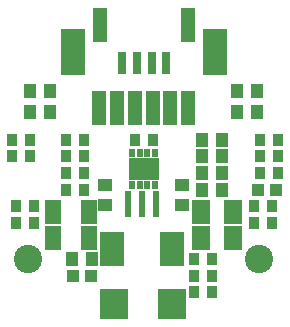
<source format=gts>
G04*
G04 #@! TF.GenerationSoftware,Altium Limited,Altium Designer,21.4.1 (30)*
G04*
G04 Layer_Color=8388736*
%FSLAX44Y44*%
%MOMM*%
G71*
G04*
G04 #@! TF.SameCoordinates,0EC16A28-EB20-4FD1-AB31-7886020AAA26*
G04*
G04*
G04 #@! TF.FilePolarity,Negative*
G04*
G01*
G75*
%ADD30R,0.9000X1.1000*%
%ADD31R,1.0000X1.2000*%
%ADD32R,1.2000X1.0000*%
%ADD33R,1.3500X2.0200*%
%ADD34R,1.0900X1.1300*%
%ADD35R,1.0000X1.0000*%
%ADD36R,0.5000X0.7250*%
%ADD37R,2.6500X1.8500*%
%ADD38R,1.2000X2.9000*%
%ADD39R,0.8000X1.9000*%
%ADD40R,1.2000X2.9000*%
%ADD41R,2.0000X4.0000*%
%ADD42R,0.6000X2.2000*%
%ADD43R,1.5800X2.0200*%
%ADD44R,2.4000X2.5000*%
%ADD45R,2.1050X2.9940*%
%ADD46C,2.4000*%
D30*
X160500Y175000D02*
D03*
X145500D02*
D03*
X102331Y132000D02*
D03*
X87330D02*
D03*
X102331Y175000D02*
D03*
X87330D02*
D03*
X102331Y160667D02*
D03*
X87330D02*
D03*
X210700Y45720D02*
D03*
X195700D02*
D03*
X246300Y104000D02*
D03*
X261301D02*
D03*
X45000D02*
D03*
X60000D02*
D03*
X266500Y146334D02*
D03*
X251500D02*
D03*
X56500Y160667D02*
D03*
X41500D02*
D03*
X56500Y175000D02*
D03*
X41500D02*
D03*
X87330Y146333D02*
D03*
X102331D02*
D03*
X266500Y160667D02*
D03*
X251500D02*
D03*
Y175000D02*
D03*
X266500D02*
D03*
X261301Y118500D02*
D03*
X246300D02*
D03*
X60000D02*
D03*
X45000D02*
D03*
X195700Y73660D02*
D03*
X210700D02*
D03*
Y59690D02*
D03*
X195700D02*
D03*
D31*
X231500Y216000D02*
D03*
X248500D02*
D03*
X231500Y198000D02*
D03*
X248500D02*
D03*
X56500Y216000D02*
D03*
X73500D02*
D03*
X56500Y198000D02*
D03*
X73500D02*
D03*
X91830Y73660D02*
D03*
X108830D02*
D03*
X219200Y132000D02*
D03*
X202200D02*
D03*
X219200Y146334D02*
D03*
X202200D02*
D03*
Y160667D02*
D03*
X219200D02*
D03*
X202200Y175000D02*
D03*
X219200D02*
D03*
D32*
X120000Y136500D02*
D03*
Y119500D02*
D03*
X184999Y136500D02*
D03*
Y119500D02*
D03*
D33*
X106080Y91400D02*
D03*
X76380D02*
D03*
X106080Y113900D02*
D03*
X76380D02*
D03*
D34*
X108030Y59690D02*
D03*
X92630D02*
D03*
D35*
X265000Y132250D02*
D03*
X250000D02*
D03*
D36*
X149458Y163915D02*
D03*
X155957D02*
D03*
X142957D02*
D03*
X162457D02*
D03*
X142957Y136665D02*
D03*
X149458D02*
D03*
X155957D02*
D03*
X162457D02*
D03*
D37*
X152707Y150290D02*
D03*
D38*
X190500Y272000D02*
D03*
X116000D02*
D03*
D39*
X159500Y240000D02*
D03*
X172000D02*
D03*
X147000D02*
D03*
X134500D02*
D03*
D40*
X190358Y201930D02*
D03*
X175357D02*
D03*
X160357D02*
D03*
X145358D02*
D03*
X130357D02*
D03*
X115358D02*
D03*
D41*
X212858Y248930D02*
D03*
X92857D02*
D03*
D42*
X163406Y120460D02*
D03*
X151406D02*
D03*
X139406D02*
D03*
D43*
X201100Y113900D02*
D03*
X228480D02*
D03*
X201100Y91400D02*
D03*
X228480D02*
D03*
D44*
X177040Y35370D02*
D03*
X128040D02*
D03*
D45*
X125730Y82360D02*
D03*
X176530D02*
D03*
D46*
X250800Y74000D02*
D03*
X54500D02*
D03*
M02*

</source>
